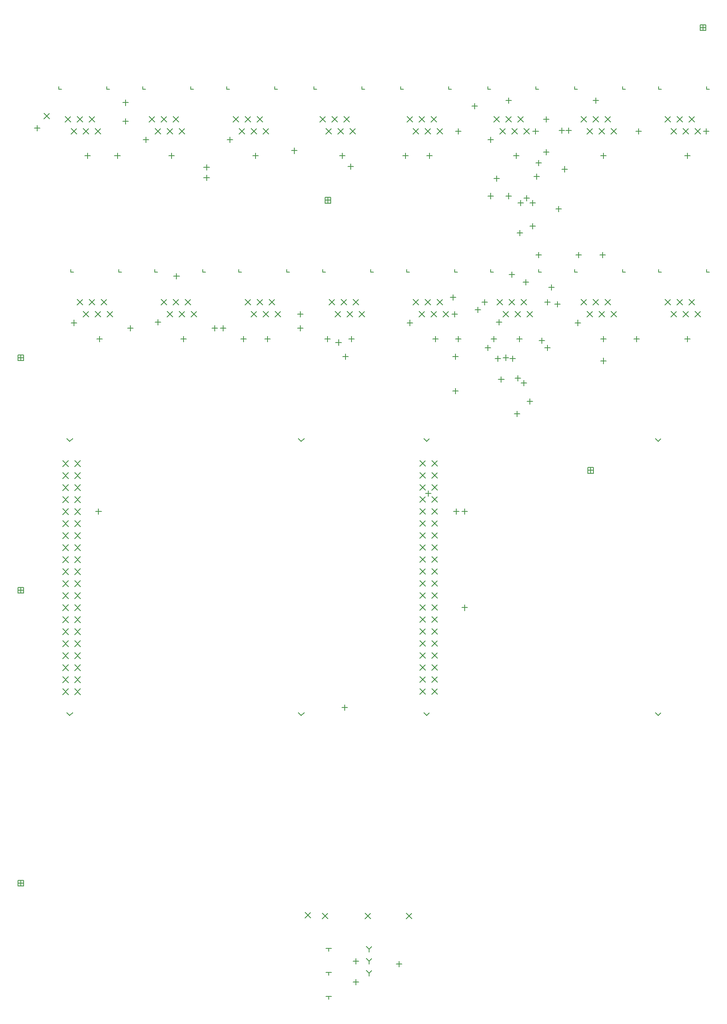
<source format=gbr>
G04 DipTrace 2.4.0.2*
%INthrough.gbr*%
%MOIN*%
G04 Drill Symbols*
G04 D=0.028 - Cross*
G04 D=0.0354 - X*
G04 D=0.0472 - Y*
G04 D=0.0591 - T*
G04 D=0.12 - V*
G04 D=0.126 - Clock*
G04 D=0.21 - Box_Cross*
%ADD10C,0.008*%
%FSLAX44Y44*%
G04*
G70*
G90*
G75*
G01*
X31892Y6998D2*
D10*
X32362D1*
X32127D2*
Y6763D1*
X31892Y8998D2*
X32362D1*
X32127D2*
Y8763D1*
X31892Y10998D2*
X32362D1*
X32127D2*
Y10763D1*
X35268Y11171D2*
X35503Y10936D1*
X35738Y11171D1*
X35503Y10936D2*
Y10701D1*
X35268Y9171D2*
X35503Y8936D1*
X35738Y9171D1*
X35503Y8936D2*
Y8701D1*
X35268Y10171D2*
X35503Y9936D1*
X35738Y10171D1*
X35503Y9936D2*
Y9701D1*
X10953Y51610D2*
X11423Y51140D1*
Y51610D2*
X10953Y51140D1*
X9953Y51610D2*
X10423Y51140D1*
Y51610D2*
X9953Y51140D1*
X10953Y50610D2*
X11423Y50140D1*
Y50610D2*
X10953Y50140D1*
X9953Y50610D2*
X10423Y50140D1*
Y50610D2*
X9953Y50140D1*
X10953Y49610D2*
X11423Y49140D1*
Y49610D2*
X10953Y49140D1*
X9953Y49610D2*
X10423Y49140D1*
Y49610D2*
X9953Y49140D1*
X10953Y48610D2*
X11423Y48140D1*
Y48610D2*
X10953Y48140D1*
X9953Y48610D2*
X10423Y48140D1*
Y48610D2*
X9953Y48140D1*
X10953Y47610D2*
X11423Y47140D1*
Y47610D2*
X10953Y47140D1*
X9953Y47610D2*
X10423Y47140D1*
Y47610D2*
X9953Y47140D1*
X10953Y46610D2*
X11423Y46140D1*
Y46610D2*
X10953Y46140D1*
X9953Y46610D2*
X10423Y46140D1*
Y46610D2*
X9953Y46140D1*
X10953Y45610D2*
X11423Y45140D1*
Y45610D2*
X10953Y45140D1*
X9953Y45610D2*
X10423Y45140D1*
Y45610D2*
X9953Y45140D1*
X10953Y44610D2*
X11423Y44140D1*
Y44610D2*
X10953Y44140D1*
X9953Y44610D2*
X10423Y44140D1*
Y44610D2*
X9953Y44140D1*
X10953Y43610D2*
X11423Y43140D1*
Y43610D2*
X10953Y43140D1*
X9953Y43610D2*
X10423Y43140D1*
Y43610D2*
X9953Y43140D1*
X10953Y42610D2*
X11423Y42140D1*
Y42610D2*
X10953Y42140D1*
X9953Y42610D2*
X10423Y42140D1*
Y42610D2*
X9953Y42140D1*
X10953Y41610D2*
X11423Y41140D1*
Y41610D2*
X10953Y41140D1*
X9953Y41610D2*
X10423Y41140D1*
Y41610D2*
X9953Y41140D1*
X10953Y40610D2*
X11423Y40140D1*
Y40610D2*
X10953Y40140D1*
X9953Y40610D2*
X10423Y40140D1*
Y40610D2*
X9953Y40140D1*
X10953Y39610D2*
X11423Y39140D1*
Y39610D2*
X10953Y39140D1*
X9953Y39610D2*
X10423Y39140D1*
Y39610D2*
X9953Y39140D1*
X10953Y38610D2*
X11423Y38140D1*
Y38610D2*
X10953Y38140D1*
X9953Y38610D2*
X10423Y38140D1*
Y38610D2*
X9953Y38140D1*
X10953Y37610D2*
X11423Y37140D1*
Y37610D2*
X10953Y37140D1*
X9953Y37610D2*
X10423Y37140D1*
Y37610D2*
X9953Y37140D1*
X10953Y36610D2*
X11423Y36140D1*
Y36610D2*
X10953Y36140D1*
X9953Y36610D2*
X10423Y36140D1*
Y36610D2*
X9953Y36140D1*
X10953Y35610D2*
X11423Y35140D1*
Y35610D2*
X10953Y35140D1*
X9953Y35610D2*
X10423Y35140D1*
Y35610D2*
X9953Y35140D1*
X10953Y34610D2*
X11423Y34140D1*
Y34610D2*
X10953Y34140D1*
X9953Y34610D2*
X10423Y34140D1*
Y34610D2*
X9953Y34140D1*
X10953Y33610D2*
X11423Y33140D1*
Y33610D2*
X10953Y33140D1*
X9953Y33610D2*
X10423Y33140D1*
Y33610D2*
X9953Y33140D1*
X10953Y32610D2*
X11423Y32140D1*
Y32610D2*
X10953Y32140D1*
X9953Y32610D2*
X10423Y32140D1*
Y32610D2*
X9953Y32140D1*
X40706Y51613D2*
X41176Y51143D1*
Y51613D2*
X40706Y51143D1*
X39706Y51613D2*
X40176Y51143D1*
Y51613D2*
X39706Y51143D1*
X40706Y50613D2*
X41176Y50143D1*
Y50613D2*
X40706Y50143D1*
X39706Y50613D2*
X40176Y50143D1*
Y50613D2*
X39706Y50143D1*
X40706Y49613D2*
X41176Y49143D1*
Y49613D2*
X40706Y49143D1*
X39706Y49613D2*
X40176Y49143D1*
Y49613D2*
X39706Y49143D1*
X40706Y48613D2*
X41176Y48143D1*
Y48613D2*
X40706Y48143D1*
X39706Y48613D2*
X40176Y48143D1*
Y48613D2*
X39706Y48143D1*
X40706Y47613D2*
X41176Y47143D1*
Y47613D2*
X40706Y47143D1*
X39706Y47613D2*
X40176Y47143D1*
Y47613D2*
X39706Y47143D1*
X40706Y46613D2*
X41176Y46143D1*
Y46613D2*
X40706Y46143D1*
X39706Y46613D2*
X40176Y46143D1*
Y46613D2*
X39706Y46143D1*
X40706Y45613D2*
X41176Y45143D1*
Y45613D2*
X40706Y45143D1*
X39706Y45613D2*
X40176Y45143D1*
Y45613D2*
X39706Y45143D1*
X40706Y44613D2*
X41176Y44143D1*
Y44613D2*
X40706Y44143D1*
X39706Y44613D2*
X40176Y44143D1*
Y44613D2*
X39706Y44143D1*
X40706Y43613D2*
X41176Y43143D1*
Y43613D2*
X40706Y43143D1*
X39706Y43613D2*
X40176Y43143D1*
Y43613D2*
X39706Y43143D1*
X40706Y42613D2*
X41176Y42143D1*
Y42613D2*
X40706Y42143D1*
X39706Y42613D2*
X40176Y42143D1*
Y42613D2*
X39706Y42143D1*
X40706Y41613D2*
X41176Y41143D1*
Y41613D2*
X40706Y41143D1*
X39706Y41613D2*
X40176Y41143D1*
Y41613D2*
X39706Y41143D1*
X40706Y40613D2*
X41176Y40143D1*
Y40613D2*
X40706Y40143D1*
X39706Y40613D2*
X40176Y40143D1*
Y40613D2*
X39706Y40143D1*
X40706Y39613D2*
X41176Y39143D1*
Y39613D2*
X40706Y39143D1*
X39706Y39613D2*
X40176Y39143D1*
Y39613D2*
X39706Y39143D1*
X40706Y38613D2*
X41176Y38143D1*
Y38613D2*
X40706Y38143D1*
X39706Y38613D2*
X40176Y38143D1*
Y38613D2*
X39706Y38143D1*
X40706Y37613D2*
X41176Y37143D1*
Y37613D2*
X40706Y37143D1*
X39706Y37613D2*
X40176Y37143D1*
Y37613D2*
X39706Y37143D1*
X40706Y36613D2*
X41176Y36143D1*
Y36613D2*
X40706Y36143D1*
X39706Y36613D2*
X40176Y36143D1*
Y36613D2*
X39706Y36143D1*
X40706Y35613D2*
X41176Y35143D1*
Y35613D2*
X40706Y35143D1*
X39706Y35613D2*
X40176Y35143D1*
Y35613D2*
X39706Y35143D1*
X40706Y34613D2*
X41176Y34143D1*
Y34613D2*
X40706Y34143D1*
X39706Y34613D2*
X40176Y34143D1*
Y34613D2*
X39706Y34143D1*
X40706Y33613D2*
X41176Y33143D1*
Y33613D2*
X40706Y33143D1*
X39706Y33613D2*
X40176Y33143D1*
Y33613D2*
X39706Y33143D1*
X40706Y32613D2*
X41176Y32143D1*
Y32613D2*
X40706Y32143D1*
X39706Y32613D2*
X40176Y32143D1*
Y32613D2*
X39706Y32143D1*
X62643Y64050D2*
X63113Y63580D1*
Y64050D2*
X62643Y63580D1*
X62143Y65050D2*
X62613Y64580D1*
Y65050D2*
X62143Y64580D1*
X61643Y64050D2*
X62113Y63580D1*
Y64050D2*
X61643Y63580D1*
X61143Y65050D2*
X61613Y64580D1*
Y65050D2*
X61143Y64580D1*
X60643Y64050D2*
X61113Y63580D1*
Y64050D2*
X60643Y63580D1*
X60143Y65050D2*
X60613Y64580D1*
Y65050D2*
X60143Y64580D1*
X55643Y64050D2*
X56113Y63580D1*
Y64050D2*
X55643Y63580D1*
X55143Y65050D2*
X55613Y64580D1*
Y65050D2*
X55143Y64580D1*
X54643Y64050D2*
X55113Y63580D1*
Y64050D2*
X54643Y63580D1*
X54143Y65050D2*
X54613Y64580D1*
Y65050D2*
X54143Y64580D1*
X53643Y64050D2*
X54113Y63580D1*
Y64050D2*
X53643Y63580D1*
X53143Y65050D2*
X53613Y64580D1*
Y65050D2*
X53143Y64580D1*
X48643Y64050D2*
X49113Y63580D1*
Y64050D2*
X48643Y63580D1*
X48143Y65050D2*
X48613Y64580D1*
Y65050D2*
X48143Y64580D1*
X47643Y64050D2*
X48113Y63580D1*
Y64050D2*
X47643Y63580D1*
X47143Y65050D2*
X47613Y64580D1*
Y65050D2*
X47143Y64580D1*
X46643Y64050D2*
X47113Y63580D1*
Y64050D2*
X46643Y63580D1*
X46143Y65050D2*
X46613Y64580D1*
Y65050D2*
X46143Y64580D1*
X41643Y64050D2*
X42113Y63580D1*
Y64050D2*
X41643Y63580D1*
X41143Y65050D2*
X41613Y64580D1*
Y65050D2*
X41143Y64580D1*
X40643Y64050D2*
X41113Y63580D1*
Y64050D2*
X40643Y63580D1*
X40143Y65050D2*
X40613Y64580D1*
Y65050D2*
X40143Y64580D1*
X39643Y64050D2*
X40113Y63580D1*
Y64050D2*
X39643Y63580D1*
X39143Y65050D2*
X39613Y64580D1*
Y65050D2*
X39143Y64580D1*
X34643Y64050D2*
X35113Y63580D1*
Y64050D2*
X34643Y63580D1*
X34143Y65050D2*
X34613Y64580D1*
Y65050D2*
X34143Y64580D1*
X33643Y64050D2*
X34113Y63580D1*
Y64050D2*
X33643Y63580D1*
X33143Y65050D2*
X33613Y64580D1*
Y65050D2*
X33143Y64580D1*
X32643Y64050D2*
X33113Y63580D1*
Y64050D2*
X32643Y63580D1*
X32143Y65050D2*
X32613Y64580D1*
Y65050D2*
X32143Y64580D1*
X27643Y64050D2*
X28113Y63580D1*
Y64050D2*
X27643Y63580D1*
X27143Y65050D2*
X27613Y64580D1*
Y65050D2*
X27143Y64580D1*
X26643Y64050D2*
X27113Y63580D1*
Y64050D2*
X26643Y63580D1*
X26143Y65050D2*
X26613Y64580D1*
Y65050D2*
X26143Y64580D1*
X25643Y64050D2*
X26113Y63580D1*
Y64050D2*
X25643Y63580D1*
X25143Y65050D2*
X25613Y64580D1*
Y65050D2*
X25143Y64580D1*
X20643Y64050D2*
X21113Y63580D1*
Y64050D2*
X20643Y63580D1*
X20143Y65050D2*
X20613Y64580D1*
Y65050D2*
X20143Y64580D1*
X19643Y64050D2*
X20113Y63580D1*
Y64050D2*
X19643Y63580D1*
X19143Y65050D2*
X19613Y64580D1*
Y65050D2*
X19143Y64580D1*
X18643Y64050D2*
X19113Y63580D1*
Y64050D2*
X18643Y63580D1*
X18143Y65050D2*
X18613Y64580D1*
Y65050D2*
X18143Y64580D1*
X13643Y64050D2*
X14113Y63580D1*
Y64050D2*
X13643Y63580D1*
X13143Y65050D2*
X13613Y64580D1*
Y65050D2*
X13143Y64580D1*
X12643Y64050D2*
X13113Y63580D1*
Y64050D2*
X12643Y63580D1*
X12143Y65050D2*
X12613Y64580D1*
Y65050D2*
X12143Y64580D1*
X11643Y64050D2*
X12113Y63580D1*
Y64050D2*
X11643Y63580D1*
X11143Y65050D2*
X11613Y64580D1*
Y65050D2*
X11143Y64580D1*
X62643Y79300D2*
X63113Y78830D1*
Y79300D2*
X62643Y78830D1*
X62143Y80300D2*
X62613Y79830D1*
Y80300D2*
X62143Y79830D1*
X61643Y79300D2*
X62113Y78830D1*
Y79300D2*
X61643Y78830D1*
X61143Y80300D2*
X61613Y79830D1*
Y80300D2*
X61143Y79830D1*
X60643Y79300D2*
X61113Y78830D1*
Y79300D2*
X60643Y78830D1*
X60143Y80300D2*
X60613Y79830D1*
Y80300D2*
X60143Y79830D1*
X55643Y79300D2*
X56113Y78830D1*
Y79300D2*
X55643Y78830D1*
X55143Y80300D2*
X55613Y79830D1*
Y80300D2*
X55143Y79830D1*
X54643Y79300D2*
X55113Y78830D1*
Y79300D2*
X54643Y78830D1*
X54143Y80300D2*
X54613Y79830D1*
Y80300D2*
X54143Y79830D1*
X53643Y79300D2*
X54113Y78830D1*
Y79300D2*
X53643Y78830D1*
X53143Y80300D2*
X53613Y79830D1*
Y80300D2*
X53143Y79830D1*
X48393Y79300D2*
X48863Y78830D1*
Y79300D2*
X48393Y78830D1*
X47893Y80300D2*
X48363Y79830D1*
Y80300D2*
X47893Y79830D1*
X47393Y79300D2*
X47863Y78830D1*
Y79300D2*
X47393Y78830D1*
X46893Y80300D2*
X47363Y79830D1*
Y80300D2*
X46893Y79830D1*
X46393Y79300D2*
X46863Y78830D1*
Y79300D2*
X46393Y78830D1*
X45893Y80300D2*
X46363Y79830D1*
Y80300D2*
X45893Y79830D1*
X41143Y79300D2*
X41613Y78830D1*
Y79300D2*
X41143Y78830D1*
X40643Y80300D2*
X41113Y79830D1*
Y80300D2*
X40643Y79830D1*
X40143Y79300D2*
X40613Y78830D1*
Y79300D2*
X40143Y78830D1*
X39643Y80300D2*
X40113Y79830D1*
Y80300D2*
X39643Y79830D1*
X39143Y79300D2*
X39613Y78830D1*
Y79300D2*
X39143Y78830D1*
X38643Y80300D2*
X39113Y79830D1*
Y80300D2*
X38643Y79830D1*
X33893Y79300D2*
X34363Y78830D1*
Y79300D2*
X33893Y78830D1*
X33393Y80300D2*
X33863Y79830D1*
Y80300D2*
X33393Y79830D1*
X32893Y79300D2*
X33363Y78830D1*
Y79300D2*
X32893Y78830D1*
X32393Y80300D2*
X32863Y79830D1*
Y80300D2*
X32393Y79830D1*
X31893Y79300D2*
X32363Y78830D1*
Y79300D2*
X31893Y78830D1*
X31393Y80300D2*
X31863Y79830D1*
Y80300D2*
X31393Y79830D1*
X26643Y79300D2*
X27113Y78830D1*
Y79300D2*
X26643Y78830D1*
X26143Y80300D2*
X26613Y79830D1*
Y80300D2*
X26143Y79830D1*
X25643Y79300D2*
X26113Y78830D1*
Y79300D2*
X25643Y78830D1*
X25143Y80300D2*
X25613Y79830D1*
Y80300D2*
X25143Y79830D1*
X24643Y79300D2*
X25113Y78830D1*
Y79300D2*
X24643Y78830D1*
X24143Y80300D2*
X24613Y79830D1*
Y80300D2*
X24143Y79830D1*
X19643Y79300D2*
X20113Y78830D1*
Y79300D2*
X19643Y78830D1*
X19143Y80300D2*
X19613Y79830D1*
Y80300D2*
X19143Y79830D1*
X18643Y79300D2*
X19113Y78830D1*
Y79300D2*
X18643Y78830D1*
X18143Y80300D2*
X18613Y79830D1*
Y80300D2*
X18143Y79830D1*
X17643Y79300D2*
X18113Y78830D1*
Y79300D2*
X17643Y78830D1*
X17143Y80300D2*
X17613Y79830D1*
Y80300D2*
X17143Y79830D1*
X12643Y79300D2*
X13113Y78830D1*
Y79300D2*
X12643Y78830D1*
X12143Y80300D2*
X12613Y79830D1*
Y80300D2*
X12143Y79830D1*
X11643Y79300D2*
X12113Y78830D1*
Y79300D2*
X11643Y78830D1*
X11143Y80300D2*
X11613Y79830D1*
Y80300D2*
X11143Y79830D1*
X10643Y79300D2*
X11113Y78830D1*
Y79300D2*
X10643Y78830D1*
X10143Y80300D2*
X10613Y79830D1*
Y80300D2*
X10143Y79830D1*
X34377Y10171D2*
Y9701D1*
X34142Y9936D2*
X34612D1*
X34377Y8421D2*
Y7951D1*
X34142Y8186D2*
X34612D1*
X15188Y80116D2*
Y79646D1*
X14953Y79881D2*
X15423D1*
X15188Y81678D2*
Y81208D1*
X14953Y81443D2*
X15423D1*
X21939Y76303D2*
Y75833D1*
X21704Y76068D2*
X22174D1*
X21939Y75428D2*
Y74958D1*
X21704Y75193D2*
X22174D1*
X40513Y77257D2*
Y76787D1*
X40278Y77022D2*
X40748D1*
X55013Y62007D2*
Y61537D1*
X54778Y61772D2*
X55248D1*
X62013Y62007D2*
Y61537D1*
X61778Y61772D2*
X62248D1*
X41013Y62007D2*
Y61537D1*
X40778Y61772D2*
X41248D1*
X55013Y77257D2*
Y76787D1*
X54778Y77022D2*
X55248D1*
X48013Y62007D2*
Y61537D1*
X47778Y61772D2*
X48248D1*
X62013Y77257D2*
Y76787D1*
X61778Y77022D2*
X62248D1*
X38513Y77257D2*
Y76787D1*
X38278Y77022D2*
X38748D1*
X47763Y77257D2*
Y76787D1*
X47528Y77022D2*
X47998D1*
X20013Y62007D2*
Y61537D1*
X19778Y61772D2*
X20248D1*
X27013Y62007D2*
Y61537D1*
X26778Y61772D2*
X27248D1*
X25013Y62007D2*
Y61537D1*
X24778Y61772D2*
X25248D1*
X19013Y77257D2*
Y76787D1*
X18778Y77022D2*
X19248D1*
X32013Y62007D2*
Y61537D1*
X31778Y61772D2*
X32248D1*
X26013Y77257D2*
Y76787D1*
X25778Y77022D2*
X26248D1*
X12013Y77257D2*
Y76787D1*
X11778Y77022D2*
X12248D1*
X33263Y77257D2*
Y76787D1*
X33028Y77022D2*
X33498D1*
X34013Y62007D2*
Y61537D1*
X33778Y61772D2*
X34248D1*
X13013Y62007D2*
Y61537D1*
X12778Y61772D2*
X13248D1*
X46877Y60442D2*
Y59972D1*
X46642Y60207D2*
X47112D1*
X17876Y63382D2*
Y62912D1*
X17641Y63147D2*
X18111D1*
X10876Y63343D2*
Y62873D1*
X10641Y63108D2*
X11111D1*
X16876Y78593D2*
Y78123D1*
X16641Y78358D2*
X17111D1*
X38876Y63343D2*
Y62873D1*
X38641Y63108D2*
X39111D1*
X45876Y62007D2*
Y61537D1*
X45641Y61772D2*
X46111D1*
X45626Y78593D2*
Y78123D1*
X45391Y78358D2*
X45861D1*
X52876Y63343D2*
Y62873D1*
X52641Y63108D2*
X53111D1*
X23876Y78593D2*
Y78123D1*
X23641Y78358D2*
X24111D1*
X48628Y73732D2*
Y73262D1*
X48393Y73497D2*
X48863D1*
X47878Y58732D2*
Y58262D1*
X47643Y58497D2*
X48113D1*
X48378Y58316D2*
Y57846D1*
X48143Y58081D2*
X48613D1*
X48128Y73316D2*
Y72846D1*
X47893Y73081D2*
X48363D1*
X47128Y73910D2*
Y73440D1*
X46893Y73675D2*
X47363D1*
X48878Y56784D2*
Y56314D1*
X48643Y56549D2*
X49113D1*
X47809Y55763D2*
Y55293D1*
X47574Y55528D2*
X48044D1*
X48059Y70822D2*
Y70352D1*
X47824Y70587D2*
X48294D1*
X32939Y61710D2*
Y61240D1*
X32704Y61475D2*
X33174D1*
X14506Y77257D2*
Y76787D1*
X14271Y77022D2*
X14741D1*
X51289Y72826D2*
Y72356D1*
X51054Y72591D2*
X51524D1*
X51192Y64904D2*
Y64434D1*
X50957Y64669D2*
X51427D1*
X42909Y79300D2*
Y78830D1*
X42674Y79065D2*
X43144D1*
X51779Y76143D2*
Y75673D1*
X51544Y75908D2*
X52014D1*
X38003Y9921D2*
Y9451D1*
X37768Y9686D2*
X38238D1*
X48550Y66716D2*
Y66246D1*
X48315Y66481D2*
X48785D1*
X57803Y62007D2*
Y61537D1*
X57568Y61772D2*
X58038D1*
X57944Y79300D2*
Y78830D1*
X57709Y79065D2*
X58179D1*
X23330Y62891D2*
Y62421D1*
X23095Y62656D2*
X23565D1*
X29742Y62891D2*
Y62421D1*
X29507Y62656D2*
X29977D1*
X29742Y64050D2*
Y63580D1*
X29507Y63815D2*
X29977D1*
X46504Y58613D2*
Y58143D1*
X46269Y58378D2*
X46739D1*
X49370Y79300D2*
Y78830D1*
X49135Y79065D2*
X49605D1*
X42620Y64050D2*
Y63580D1*
X42385Y63815D2*
X42855D1*
X63585Y79300D2*
Y78830D1*
X63350Y79065D2*
X63820D1*
X15603Y62891D2*
Y62421D1*
X15368Y62656D2*
X15838D1*
X33969Y76373D2*
Y75903D1*
X33734Y76138D2*
X34204D1*
X49128Y71390D2*
Y70920D1*
X48893Y71155D2*
X49363D1*
X42918Y62007D2*
Y61537D1*
X42683Y61772D2*
X43153D1*
X49628Y76670D2*
Y76200D1*
X49393Y76435D2*
X49863D1*
X22624Y62891D2*
Y62421D1*
X22389Y62656D2*
X22859D1*
X49878Y61857D2*
Y61387D1*
X49643Y61622D2*
X50113D1*
X42478Y65462D2*
Y64992D1*
X42243Y65227D2*
X42713D1*
X51540Y79347D2*
Y78877D1*
X51305Y79112D2*
X51775D1*
X52128Y79347D2*
Y78877D1*
X51893Y79112D2*
X52363D1*
X45128Y65050D2*
Y64580D1*
X44893Y64815D2*
X45363D1*
X46128Y75363D2*
Y74893D1*
X45893Y75128D2*
X46363D1*
X49461Y75521D2*
Y75051D1*
X49226Y75286D2*
X49696D1*
X45628Y73910D2*
Y73440D1*
X45393Y73675D2*
X45863D1*
X50256Y77561D2*
Y77091D1*
X50021Y77326D2*
X50491D1*
X50256Y80300D2*
Y79830D1*
X50021Y80065D2*
X50491D1*
X44293Y81383D2*
Y80913D1*
X44058Y81148D2*
X44528D1*
X49128Y73316D2*
Y72846D1*
X48893Y73081D2*
X49363D1*
X46211Y60363D2*
Y59893D1*
X45976Y60128D2*
X46446D1*
X45378Y61270D2*
Y60800D1*
X45143Y61035D2*
X45613D1*
X50368Y61270D2*
Y60800D1*
X50133Y61035D2*
X50603D1*
X50368Y65050D2*
Y64580D1*
X50133Y64815D2*
X50603D1*
X44540Y64420D2*
Y63950D1*
X44305Y64185D2*
X44775D1*
X47465Y60363D2*
Y59893D1*
X47230Y60128D2*
X47700D1*
X42675Y57668D2*
Y57198D1*
X42440Y57433D2*
X42910D1*
X42675Y60535D2*
Y60065D1*
X42440Y60300D2*
X42910D1*
X33527Y60535D2*
Y60065D1*
X33292Y60300D2*
X33762D1*
X46328Y63401D2*
Y62931D1*
X46093Y63166D2*
X46563D1*
X50701Y66290D2*
Y65820D1*
X50466Y66055D2*
X50936D1*
X40433Y49121D2*
Y48651D1*
X40198Y48886D2*
X40668D1*
X30142Y13984D2*
X30612Y13514D1*
Y13984D2*
X30142Y13514D1*
X31580Y13921D2*
X32050Y13451D1*
Y13921D2*
X31580Y13451D1*
X35143Y13921D2*
X35613Y13451D1*
Y13921D2*
X35143Y13451D1*
X38580Y13921D2*
X39050Y13451D1*
Y13921D2*
X38580Y13451D1*
X8390Y80553D2*
X8860Y80083D1*
Y80553D2*
X8390Y80083D1*
X33440Y31298D2*
Y30828D1*
X33205Y31063D2*
X33675D1*
X7812Y79553D2*
Y79083D1*
X7577Y79318D2*
X8047D1*
X12937Y47612D2*
Y47142D1*
X12702Y47377D2*
X13172D1*
X42753Y47613D2*
Y47143D1*
X42518Y47378D2*
X42988D1*
X43441Y39611D2*
Y39141D1*
X43206Y39376D2*
X43676D1*
X43441Y47613D2*
Y47143D1*
X43206Y47378D2*
X43676D1*
X47378Y67363D2*
Y66893D1*
X47143Y67128D2*
X47613D1*
X47128Y81866D2*
Y81396D1*
X46893Y81631D2*
X47363D1*
X54380Y81866D2*
Y81396D1*
X54145Y81631D2*
X54615D1*
X29252Y77678D2*
Y77208D1*
X29017Y77443D2*
X29487D1*
X19438Y67239D2*
Y66769D1*
X19203Y67004D2*
X19673D1*
X55013Y60176D2*
Y59706D1*
X54778Y59941D2*
X55248D1*
X49629Y68990D2*
Y68520D1*
X49394Y68755D2*
X49864D1*
X52942Y68990D2*
Y68520D1*
X52707Y68755D2*
X53177D1*
X54942Y68990D2*
Y68520D1*
X54707Y68755D2*
X55177D1*
X6440Y16675D2*
Y16205D1*
X6205Y16440D2*
X6675D1*
X6205Y16675D2*
X6675D1*
Y16205D1*
X6205D1*
Y16675D1*
X6440Y41055D2*
Y40585D1*
X6205Y40820D2*
X6675D1*
X6205Y41055D2*
X6675D1*
Y40585D1*
X6205D1*
Y41055D1*
X6440Y60425D2*
Y59955D1*
X6205Y60190D2*
X6675D1*
X6205Y60425D2*
X6675D1*
Y59955D1*
X6205D1*
Y60425D1*
X32065Y73545D2*
Y73075D1*
X31830Y73310D2*
X32300D1*
X31830Y73545D2*
X32300D1*
Y73075D1*
X31830D1*
Y73545D1*
X63315Y87925D2*
Y87455D1*
X63080Y87690D2*
X63550D1*
X63080Y87925D2*
X63550D1*
Y87455D1*
X63080D1*
Y87925D1*
X53940Y51045D2*
Y50575D1*
X53705Y50810D2*
X54175D1*
X53705Y51045D2*
X54175D1*
Y50575D1*
X53705D1*
Y51045D1*
X10303Y53460D2*
X10538Y53225D1*
X10773Y53460D1*
X10303Y30630D2*
X10538Y30395D1*
X10773Y30630D1*
X29603Y53460D2*
X29838Y53225D1*
X30073Y53460D1*
X29603Y30630D2*
X29838Y30395D1*
X30073Y30630D1*
X40056Y53463D2*
X40291Y53228D1*
X40526Y53463D1*
X40056Y30633D2*
X40291Y30398D1*
X40526Y30633D1*
X59356Y53463D2*
X59591Y53228D1*
X59826Y53463D1*
X59356Y30633D2*
X59591Y30398D1*
X59826Y30633D1*
X63626Y67550D2*
Y67315D1*
X63861D1*
X59626Y67550D2*
Y67315D1*
X59861D1*
X56626Y67550D2*
Y67315D1*
X56861D1*
X52626Y67550D2*
Y67315D1*
X52861D1*
X49626Y67550D2*
Y67315D1*
X49861D1*
X45626Y67550D2*
Y67315D1*
X45861D1*
X42626Y67550D2*
Y67315D1*
X42861D1*
X38626Y67550D2*
Y67315D1*
X38861D1*
X35626Y67550D2*
Y67315D1*
X35861D1*
X31626Y67550D2*
Y67315D1*
X31861D1*
X28626Y67550D2*
Y67315D1*
X28861D1*
X24626Y67550D2*
Y67315D1*
X24861D1*
X21626Y67550D2*
Y67315D1*
X21861D1*
X17626Y67550D2*
Y67315D1*
X17861D1*
X14626Y67550D2*
Y67315D1*
X14861D1*
X10626Y67550D2*
Y67315D1*
X10861D1*
X63626Y82800D2*
Y82565D1*
X63861D1*
X59626Y82800D2*
Y82565D1*
X59861D1*
X56626Y82800D2*
Y82565D1*
X56861D1*
X52626Y82800D2*
Y82565D1*
X52861D1*
X49376Y82800D2*
Y82565D1*
X49611D1*
X45376Y82800D2*
Y82565D1*
X45611D1*
X42126Y82800D2*
Y82565D1*
X42361D1*
X38126Y82800D2*
Y82565D1*
X38361D1*
X34876Y82800D2*
Y82565D1*
X35111D1*
X30876Y82800D2*
Y82565D1*
X31111D1*
X27626Y82800D2*
Y82565D1*
X27861D1*
X23626Y82800D2*
Y82565D1*
X23861D1*
X20626Y82800D2*
Y82565D1*
X20861D1*
X16626Y82800D2*
Y82565D1*
X16861D1*
X13626Y82800D2*
Y82565D1*
X13861D1*
X9626Y82800D2*
Y82565D1*
X9861D1*
M02*

</source>
